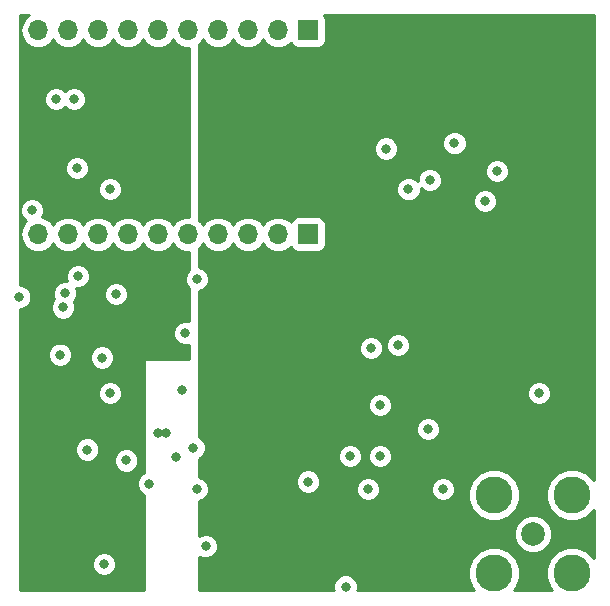
<source format=gbr>
G04 #@! TF.GenerationSoftware,KiCad,Pcbnew,(5.0.0)*
G04 #@! TF.CreationDate,2018-11-24T15:46:54-05:00*
G04 #@! TF.ProjectId,SDRRv2,5344525276322E6B696361645F706362,rev?*
G04 #@! TF.SameCoordinates,Original*
G04 #@! TF.FileFunction,Copper,L3,Inr,Plane*
G04 #@! TF.FilePolarity,Positive*
%FSLAX46Y46*%
G04 Gerber Fmt 4.6, Leading zero omitted, Abs format (unit mm)*
G04 Created by KiCad (PCBNEW (5.0.0)) date 11/24/18 15:46:54*
%MOMM*%
%LPD*%
G01*
G04 APERTURE LIST*
G04 #@! TA.AperFunction,ViaPad*
%ADD10C,3.126000*%
G04 #@! TD*
G04 #@! TA.AperFunction,ViaPad*
%ADD11C,2.000000*%
G04 #@! TD*
G04 #@! TA.AperFunction,ViaPad*
%ADD12R,1.700000X1.700000*%
G04 #@! TD*
G04 #@! TA.AperFunction,ViaPad*
%ADD13O,1.700000X1.700000*%
G04 #@! TD*
G04 #@! TA.AperFunction,ViaPad*
%ADD14C,0.800000*%
G04 #@! TD*
G04 #@! TA.AperFunction,Conductor*
%ADD15C,0.254000*%
G04 #@! TD*
G04 APERTURE END LIST*
D10*
G04 #@! TO.N,GNDREF*
G04 #@! TO.C,J1*
X61280085Y-188153839D03*
X61280085Y-181553839D03*
X67880085Y-181553839D03*
X67880085Y-188153839D03*
D11*
G04 #@! TO.N,Net-(Cc4-Pad1)*
X64580085Y-184853839D03*
G04 #@! TD*
D12*
G04 #@! TO.N,Net-(J2-Pad1)*
G04 #@! TO.C,J2*
X45530085Y-142203039D03*
D13*
G04 #@! TO.N,Net-(J2-Pad2)*
X42990085Y-142203039D03*
G04 #@! TO.N,Net-(J2-Pad3)*
X40450085Y-142203039D03*
G04 #@! TO.N,Net-(J2-Pad4)*
X37910085Y-142203039D03*
G04 #@! TO.N,Net-(J2-Pad5)*
X35370085Y-142203039D03*
G04 #@! TO.N,Net-(J2-Pad6)*
X32830085Y-142203039D03*
G04 #@! TO.N,Net-(J2-Pad7)*
X30290085Y-142203039D03*
G04 #@! TO.N,Net-(J2-Pad8)*
X27750085Y-142203039D03*
G04 #@! TO.N,Net-(J2-Pad9)*
X25210085Y-142203039D03*
G04 #@! TO.N,GNDREF*
X22670085Y-142203039D03*
G04 #@! TD*
G04 #@! TO.N,+5V*
G04 #@! TO.C,J3*
X22670085Y-159453839D03*
G04 #@! TO.N,Net-(J3-Pad9)*
X25210085Y-159453839D03*
G04 #@! TO.N,Net-(J3-Pad8)*
X27750085Y-159453839D03*
G04 #@! TO.N,Net-(J3-Pad7)*
X30290085Y-159453839D03*
G04 #@! TO.N,Net-(J3-Pad6)*
X32830085Y-159453839D03*
G04 #@! TO.N,Net-(J3-Pad5)*
X35370085Y-159453839D03*
G04 #@! TO.N,Net-(J3-Pad4)*
X37910085Y-159453839D03*
G04 #@! TO.N,Net-(J3-Pad3)*
X40450085Y-159453839D03*
G04 #@! TO.N,Net-(J3-Pad2)*
X42990085Y-159453839D03*
D12*
G04 #@! TO.N,Net-(J3-Pad1)*
X45530085Y-159453839D03*
G04 #@! TD*
D14*
G04 #@! TO.N,+5V*
X28766085Y-172915839D03*
X65088085Y-161739839D03*
X54166085Y-147769839D03*
X55436085Y-149801839D03*
X60770085Y-150563839D03*
X22162085Y-157421839D03*
X28080277Y-169906029D03*
X24530246Y-169670139D03*
X51829285Y-154729439D03*
X57796497Y-154958039D03*
G04 #@! TO.N,GNDREF*
X36132085Y-163263839D03*
X48705085Y-189298839D03*
X56960085Y-181043839D03*
X50610085Y-181043839D03*
X45530085Y-180408839D03*
X34862085Y-172661839D03*
X35116085Y-167835839D03*
X29274085Y-164533839D03*
X25718085Y-148023839D03*
X24194085Y-148023839D03*
X28258085Y-187393839D03*
X36894085Y-185869839D03*
X53150085Y-168851839D03*
X51626085Y-178249839D03*
X51626085Y-173931839D03*
X50864085Y-169105839D03*
X65088085Y-172915839D03*
X21080085Y-164787839D03*
X60516085Y-156659839D03*
X25972085Y-153865839D03*
X24958958Y-164448232D03*
X54029804Y-155653046D03*
X32068087Y-180586639D03*
X26835685Y-177691039D03*
X35818523Y-177550097D03*
X32830095Y-176268639D03*
X33515889Y-176268639D03*
G04 #@! TO.N,+3V3*
X28766085Y-155643839D03*
X24778285Y-165651435D03*
X26048285Y-163009839D03*
G04 #@! TO.N,Net-(Cc6-Pad1)*
X57925285Y-151757643D03*
G04 #@! TO.N,Net-(Cc6-Pad2)*
X61532085Y-154119839D03*
G04 #@! TO.N,Net-(Cc7-Pad2)*
X55842485Y-154881839D03*
G04 #@! TO.N,Net-(Cc7-Pad1)*
X52134084Y-152214839D03*
G04 #@! TO.N,Net-(Cc10-Pad1)*
X55690085Y-175963839D03*
G04 #@! TO.N,+5VA*
X36132085Y-181043839D03*
X49086085Y-178249839D03*
X29197885Y-176370239D03*
X28004085Y-182313841D03*
G04 #@! TO.N,Net-(Cc22-Pad1)*
X30135659Y-178620927D03*
G04 #@! TO.N,Net-(Cc23-Pad1)*
X34328685Y-178326051D03*
G04 #@! TD*
D15*
G04 #@! TO.N,+5VA*
G36*
X21599460Y-141132414D02*
X21271246Y-141623621D01*
X21155993Y-142203039D01*
X21271246Y-142782457D01*
X21599460Y-143273664D01*
X22090667Y-143601878D01*
X22523829Y-143688039D01*
X22816341Y-143688039D01*
X23249503Y-143601878D01*
X23740710Y-143273664D01*
X23940085Y-142975278D01*
X24139460Y-143273664D01*
X24630667Y-143601878D01*
X25063829Y-143688039D01*
X25356341Y-143688039D01*
X25789503Y-143601878D01*
X26280710Y-143273664D01*
X26480085Y-142975278D01*
X26679460Y-143273664D01*
X27170667Y-143601878D01*
X27603829Y-143688039D01*
X27896341Y-143688039D01*
X28329503Y-143601878D01*
X28820710Y-143273664D01*
X29020085Y-142975278D01*
X29219460Y-143273664D01*
X29710667Y-143601878D01*
X30143829Y-143688039D01*
X30436341Y-143688039D01*
X30869503Y-143601878D01*
X31360710Y-143273664D01*
X31560085Y-142975278D01*
X31759460Y-143273664D01*
X32250667Y-143601878D01*
X32683829Y-143688039D01*
X32976341Y-143688039D01*
X33409503Y-143601878D01*
X33900710Y-143273664D01*
X34100085Y-142975278D01*
X34299460Y-143273664D01*
X34790667Y-143601878D01*
X35223829Y-143688039D01*
X35433000Y-143688039D01*
X35433000Y-157968839D01*
X35223829Y-157968839D01*
X34790667Y-158055000D01*
X34299460Y-158383214D01*
X34100085Y-158681600D01*
X33900710Y-158383214D01*
X33409503Y-158055000D01*
X32976341Y-157968839D01*
X32683829Y-157968839D01*
X32250667Y-158055000D01*
X31759460Y-158383214D01*
X31560085Y-158681600D01*
X31360710Y-158383214D01*
X30869503Y-158055000D01*
X30436341Y-157968839D01*
X30143829Y-157968839D01*
X29710667Y-158055000D01*
X29219460Y-158383214D01*
X29020085Y-158681600D01*
X28820710Y-158383214D01*
X28329503Y-158055000D01*
X27896341Y-157968839D01*
X27603829Y-157968839D01*
X27170667Y-158055000D01*
X26679460Y-158383214D01*
X26480085Y-158681600D01*
X26280710Y-158383214D01*
X25789503Y-158055000D01*
X25356341Y-157968839D01*
X25063829Y-157968839D01*
X24630667Y-158055000D01*
X24139460Y-158383214D01*
X23940085Y-158681600D01*
X23740710Y-158383214D01*
X23249503Y-158055000D01*
X23035252Y-158012383D01*
X23039516Y-158008119D01*
X23197085Y-157627713D01*
X23197085Y-157215965D01*
X23039516Y-156835559D01*
X22748365Y-156544408D01*
X22367959Y-156386839D01*
X21956211Y-156386839D01*
X21575805Y-156544408D01*
X21284654Y-156835559D01*
X21127085Y-157215965D01*
X21127085Y-157627713D01*
X21284654Y-158008119D01*
X21575805Y-158299270D01*
X21667962Y-158337443D01*
X21599460Y-158383214D01*
X21271246Y-158874421D01*
X21155993Y-159453839D01*
X21271246Y-160033257D01*
X21599460Y-160524464D01*
X22090667Y-160852678D01*
X22523829Y-160938839D01*
X22816341Y-160938839D01*
X23249503Y-160852678D01*
X23740710Y-160524464D01*
X23940085Y-160226078D01*
X24139460Y-160524464D01*
X24630667Y-160852678D01*
X25063829Y-160938839D01*
X25356341Y-160938839D01*
X25789503Y-160852678D01*
X26280710Y-160524464D01*
X26480085Y-160226078D01*
X26679460Y-160524464D01*
X27170667Y-160852678D01*
X27603829Y-160938839D01*
X27896341Y-160938839D01*
X28329503Y-160852678D01*
X28820710Y-160524464D01*
X29020085Y-160226078D01*
X29219460Y-160524464D01*
X29710667Y-160852678D01*
X30143829Y-160938839D01*
X30436341Y-160938839D01*
X30869503Y-160852678D01*
X31360710Y-160524464D01*
X31560085Y-160226078D01*
X31759460Y-160524464D01*
X32250667Y-160852678D01*
X32683829Y-160938839D01*
X32976341Y-160938839D01*
X33409503Y-160852678D01*
X33900710Y-160524464D01*
X34100085Y-160226078D01*
X34299460Y-160524464D01*
X34790667Y-160852678D01*
X35223829Y-160938839D01*
X35433000Y-160938839D01*
X35433000Y-162499213D01*
X35254654Y-162677559D01*
X35097085Y-163057965D01*
X35097085Y-163469713D01*
X35254654Y-163850119D01*
X35433000Y-164028465D01*
X35433000Y-166846834D01*
X35321959Y-166800839D01*
X34910211Y-166800839D01*
X34529805Y-166958408D01*
X34238654Y-167249559D01*
X34081085Y-167629965D01*
X34081085Y-168041713D01*
X34238654Y-168422119D01*
X34529805Y-168713270D01*
X34910211Y-168870839D01*
X35321959Y-168870839D01*
X35433000Y-168824844D01*
X35433000Y-170053000D01*
X31750000Y-170053000D01*
X31701399Y-170062667D01*
X31660197Y-170090197D01*
X31632667Y-170131399D01*
X31623000Y-170180000D01*
X31623000Y-179650724D01*
X31481807Y-179709208D01*
X31190656Y-180000359D01*
X31033087Y-180380765D01*
X31033087Y-180792513D01*
X31190656Y-181172919D01*
X31481807Y-181464070D01*
X31623000Y-181522554D01*
X31623000Y-189568839D01*
X21115085Y-189568839D01*
X21115085Y-187187965D01*
X27223085Y-187187965D01*
X27223085Y-187599713D01*
X27380654Y-187980119D01*
X27671805Y-188271270D01*
X28052211Y-188428839D01*
X28463959Y-188428839D01*
X28844365Y-188271270D01*
X29135516Y-187980119D01*
X29293085Y-187599713D01*
X29293085Y-187187965D01*
X29135516Y-186807559D01*
X28844365Y-186516408D01*
X28463959Y-186358839D01*
X28052211Y-186358839D01*
X27671805Y-186516408D01*
X27380654Y-186807559D01*
X27223085Y-187187965D01*
X21115085Y-187187965D01*
X21115085Y-177485165D01*
X25800685Y-177485165D01*
X25800685Y-177896913D01*
X25958254Y-178277319D01*
X26249405Y-178568470D01*
X26629811Y-178726039D01*
X27041559Y-178726039D01*
X27421965Y-178568470D01*
X27575382Y-178415053D01*
X29100659Y-178415053D01*
X29100659Y-178826801D01*
X29258228Y-179207207D01*
X29549379Y-179498358D01*
X29929785Y-179655927D01*
X30341533Y-179655927D01*
X30721939Y-179498358D01*
X31013090Y-179207207D01*
X31170659Y-178826801D01*
X31170659Y-178415053D01*
X31013090Y-178034647D01*
X30721939Y-177743496D01*
X30341533Y-177585927D01*
X29929785Y-177585927D01*
X29549379Y-177743496D01*
X29258228Y-178034647D01*
X29100659Y-178415053D01*
X27575382Y-178415053D01*
X27713116Y-178277319D01*
X27870685Y-177896913D01*
X27870685Y-177485165D01*
X27713116Y-177104759D01*
X27421965Y-176813608D01*
X27041559Y-176656039D01*
X26629811Y-176656039D01*
X26249405Y-176813608D01*
X25958254Y-177104759D01*
X25800685Y-177485165D01*
X21115085Y-177485165D01*
X21115085Y-172709965D01*
X27731085Y-172709965D01*
X27731085Y-173121713D01*
X27888654Y-173502119D01*
X28179805Y-173793270D01*
X28560211Y-173950839D01*
X28971959Y-173950839D01*
X29352365Y-173793270D01*
X29643516Y-173502119D01*
X29801085Y-173121713D01*
X29801085Y-172709965D01*
X29643516Y-172329559D01*
X29352365Y-172038408D01*
X28971959Y-171880839D01*
X28560211Y-171880839D01*
X28179805Y-172038408D01*
X27888654Y-172329559D01*
X27731085Y-172709965D01*
X21115085Y-172709965D01*
X21115085Y-169464265D01*
X23495246Y-169464265D01*
X23495246Y-169876013D01*
X23652815Y-170256419D01*
X23943966Y-170547570D01*
X24324372Y-170705139D01*
X24736120Y-170705139D01*
X25116526Y-170547570D01*
X25407677Y-170256419D01*
X25565246Y-169876013D01*
X25565246Y-169700155D01*
X27045277Y-169700155D01*
X27045277Y-170111903D01*
X27202846Y-170492309D01*
X27493997Y-170783460D01*
X27874403Y-170941029D01*
X28286151Y-170941029D01*
X28666557Y-170783460D01*
X28957708Y-170492309D01*
X29115277Y-170111903D01*
X29115277Y-169700155D01*
X28957708Y-169319749D01*
X28666557Y-169028598D01*
X28286151Y-168871029D01*
X27874403Y-168871029D01*
X27493997Y-169028598D01*
X27202846Y-169319749D01*
X27045277Y-169700155D01*
X25565246Y-169700155D01*
X25565246Y-169464265D01*
X25407677Y-169083859D01*
X25116526Y-168792708D01*
X24736120Y-168635139D01*
X24324372Y-168635139D01*
X23943966Y-168792708D01*
X23652815Y-169083859D01*
X23495246Y-169464265D01*
X21115085Y-169464265D01*
X21115085Y-165822839D01*
X21285959Y-165822839D01*
X21666365Y-165665270D01*
X21886074Y-165445561D01*
X23743285Y-165445561D01*
X23743285Y-165857309D01*
X23900854Y-166237715D01*
X24192005Y-166528866D01*
X24572411Y-166686435D01*
X24984159Y-166686435D01*
X25364565Y-166528866D01*
X25655716Y-166237715D01*
X25813285Y-165857309D01*
X25813285Y-165445561D01*
X25699659Y-165171242D01*
X25836389Y-165034512D01*
X25993958Y-164654106D01*
X25993958Y-164327965D01*
X28239085Y-164327965D01*
X28239085Y-164739713D01*
X28396654Y-165120119D01*
X28687805Y-165411270D01*
X29068211Y-165568839D01*
X29479959Y-165568839D01*
X29860365Y-165411270D01*
X30151516Y-165120119D01*
X30309085Y-164739713D01*
X30309085Y-164327965D01*
X30151516Y-163947559D01*
X29860365Y-163656408D01*
X29479959Y-163498839D01*
X29068211Y-163498839D01*
X28687805Y-163656408D01*
X28396654Y-163947559D01*
X28239085Y-164327965D01*
X25993958Y-164327965D01*
X25993958Y-164242358D01*
X25912143Y-164044839D01*
X26254159Y-164044839D01*
X26634565Y-163887270D01*
X26925716Y-163596119D01*
X27083285Y-163215713D01*
X27083285Y-162803965D01*
X26925716Y-162423559D01*
X26634565Y-162132408D01*
X26254159Y-161974839D01*
X25842411Y-161974839D01*
X25462005Y-162132408D01*
X25170854Y-162423559D01*
X25013285Y-162803965D01*
X25013285Y-163215713D01*
X25095100Y-163413232D01*
X24753084Y-163413232D01*
X24372678Y-163570801D01*
X24081527Y-163861952D01*
X23923958Y-164242358D01*
X23923958Y-164654106D01*
X24037584Y-164928425D01*
X23900854Y-165065155D01*
X23743285Y-165445561D01*
X21886074Y-165445561D01*
X21957516Y-165374119D01*
X22115085Y-164993713D01*
X22115085Y-164581965D01*
X21957516Y-164201559D01*
X21666365Y-163910408D01*
X21285959Y-163752839D01*
X21115085Y-163752839D01*
X21115085Y-155437965D01*
X27731085Y-155437965D01*
X27731085Y-155849713D01*
X27888654Y-156230119D01*
X28179805Y-156521270D01*
X28560211Y-156678839D01*
X28971959Y-156678839D01*
X29352365Y-156521270D01*
X29643516Y-156230119D01*
X29801085Y-155849713D01*
X29801085Y-155437965D01*
X29643516Y-155057559D01*
X29352365Y-154766408D01*
X28971959Y-154608839D01*
X28560211Y-154608839D01*
X28179805Y-154766408D01*
X27888654Y-155057559D01*
X27731085Y-155437965D01*
X21115085Y-155437965D01*
X21115085Y-153659965D01*
X24937085Y-153659965D01*
X24937085Y-154071713D01*
X25094654Y-154452119D01*
X25385805Y-154743270D01*
X25766211Y-154900839D01*
X26177959Y-154900839D01*
X26558365Y-154743270D01*
X26849516Y-154452119D01*
X27007085Y-154071713D01*
X27007085Y-153659965D01*
X26849516Y-153279559D01*
X26558365Y-152988408D01*
X26177959Y-152830839D01*
X25766211Y-152830839D01*
X25385805Y-152988408D01*
X25094654Y-153279559D01*
X24937085Y-153659965D01*
X21115085Y-153659965D01*
X21115085Y-147817965D01*
X23159085Y-147817965D01*
X23159085Y-148229713D01*
X23316654Y-148610119D01*
X23607805Y-148901270D01*
X23988211Y-149058839D01*
X24399959Y-149058839D01*
X24780365Y-148901270D01*
X24956085Y-148725550D01*
X25131805Y-148901270D01*
X25512211Y-149058839D01*
X25923959Y-149058839D01*
X26304365Y-148901270D01*
X26595516Y-148610119D01*
X26753085Y-148229713D01*
X26753085Y-147817965D01*
X26595516Y-147437559D01*
X26304365Y-147146408D01*
X25923959Y-146988839D01*
X25512211Y-146988839D01*
X25131805Y-147146408D01*
X24956085Y-147322128D01*
X24780365Y-147146408D01*
X24399959Y-146988839D01*
X23988211Y-146988839D01*
X23607805Y-147146408D01*
X23316654Y-147437559D01*
X23159085Y-147817965D01*
X21115085Y-147817965D01*
X21115085Y-140938839D01*
X21889165Y-140938839D01*
X21599460Y-141132414D01*
X21599460Y-141132414D01*
G37*
X21599460Y-141132414D02*
X21271246Y-141623621D01*
X21155993Y-142203039D01*
X21271246Y-142782457D01*
X21599460Y-143273664D01*
X22090667Y-143601878D01*
X22523829Y-143688039D01*
X22816341Y-143688039D01*
X23249503Y-143601878D01*
X23740710Y-143273664D01*
X23940085Y-142975278D01*
X24139460Y-143273664D01*
X24630667Y-143601878D01*
X25063829Y-143688039D01*
X25356341Y-143688039D01*
X25789503Y-143601878D01*
X26280710Y-143273664D01*
X26480085Y-142975278D01*
X26679460Y-143273664D01*
X27170667Y-143601878D01*
X27603829Y-143688039D01*
X27896341Y-143688039D01*
X28329503Y-143601878D01*
X28820710Y-143273664D01*
X29020085Y-142975278D01*
X29219460Y-143273664D01*
X29710667Y-143601878D01*
X30143829Y-143688039D01*
X30436341Y-143688039D01*
X30869503Y-143601878D01*
X31360710Y-143273664D01*
X31560085Y-142975278D01*
X31759460Y-143273664D01*
X32250667Y-143601878D01*
X32683829Y-143688039D01*
X32976341Y-143688039D01*
X33409503Y-143601878D01*
X33900710Y-143273664D01*
X34100085Y-142975278D01*
X34299460Y-143273664D01*
X34790667Y-143601878D01*
X35223829Y-143688039D01*
X35433000Y-143688039D01*
X35433000Y-157968839D01*
X35223829Y-157968839D01*
X34790667Y-158055000D01*
X34299460Y-158383214D01*
X34100085Y-158681600D01*
X33900710Y-158383214D01*
X33409503Y-158055000D01*
X32976341Y-157968839D01*
X32683829Y-157968839D01*
X32250667Y-158055000D01*
X31759460Y-158383214D01*
X31560085Y-158681600D01*
X31360710Y-158383214D01*
X30869503Y-158055000D01*
X30436341Y-157968839D01*
X30143829Y-157968839D01*
X29710667Y-158055000D01*
X29219460Y-158383214D01*
X29020085Y-158681600D01*
X28820710Y-158383214D01*
X28329503Y-158055000D01*
X27896341Y-157968839D01*
X27603829Y-157968839D01*
X27170667Y-158055000D01*
X26679460Y-158383214D01*
X26480085Y-158681600D01*
X26280710Y-158383214D01*
X25789503Y-158055000D01*
X25356341Y-157968839D01*
X25063829Y-157968839D01*
X24630667Y-158055000D01*
X24139460Y-158383214D01*
X23940085Y-158681600D01*
X23740710Y-158383214D01*
X23249503Y-158055000D01*
X23035252Y-158012383D01*
X23039516Y-158008119D01*
X23197085Y-157627713D01*
X23197085Y-157215965D01*
X23039516Y-156835559D01*
X22748365Y-156544408D01*
X22367959Y-156386839D01*
X21956211Y-156386839D01*
X21575805Y-156544408D01*
X21284654Y-156835559D01*
X21127085Y-157215965D01*
X21127085Y-157627713D01*
X21284654Y-158008119D01*
X21575805Y-158299270D01*
X21667962Y-158337443D01*
X21599460Y-158383214D01*
X21271246Y-158874421D01*
X21155993Y-159453839D01*
X21271246Y-160033257D01*
X21599460Y-160524464D01*
X22090667Y-160852678D01*
X22523829Y-160938839D01*
X22816341Y-160938839D01*
X23249503Y-160852678D01*
X23740710Y-160524464D01*
X23940085Y-160226078D01*
X24139460Y-160524464D01*
X24630667Y-160852678D01*
X25063829Y-160938839D01*
X25356341Y-160938839D01*
X25789503Y-160852678D01*
X26280710Y-160524464D01*
X26480085Y-160226078D01*
X26679460Y-160524464D01*
X27170667Y-160852678D01*
X27603829Y-160938839D01*
X27896341Y-160938839D01*
X28329503Y-160852678D01*
X28820710Y-160524464D01*
X29020085Y-160226078D01*
X29219460Y-160524464D01*
X29710667Y-160852678D01*
X30143829Y-160938839D01*
X30436341Y-160938839D01*
X30869503Y-160852678D01*
X31360710Y-160524464D01*
X31560085Y-160226078D01*
X31759460Y-160524464D01*
X32250667Y-160852678D01*
X32683829Y-160938839D01*
X32976341Y-160938839D01*
X33409503Y-160852678D01*
X33900710Y-160524464D01*
X34100085Y-160226078D01*
X34299460Y-160524464D01*
X34790667Y-160852678D01*
X35223829Y-160938839D01*
X35433000Y-160938839D01*
X35433000Y-162499213D01*
X35254654Y-162677559D01*
X35097085Y-163057965D01*
X35097085Y-163469713D01*
X35254654Y-163850119D01*
X35433000Y-164028465D01*
X35433000Y-166846834D01*
X35321959Y-166800839D01*
X34910211Y-166800839D01*
X34529805Y-166958408D01*
X34238654Y-167249559D01*
X34081085Y-167629965D01*
X34081085Y-168041713D01*
X34238654Y-168422119D01*
X34529805Y-168713270D01*
X34910211Y-168870839D01*
X35321959Y-168870839D01*
X35433000Y-168824844D01*
X35433000Y-170053000D01*
X31750000Y-170053000D01*
X31701399Y-170062667D01*
X31660197Y-170090197D01*
X31632667Y-170131399D01*
X31623000Y-170180000D01*
X31623000Y-179650724D01*
X31481807Y-179709208D01*
X31190656Y-180000359D01*
X31033087Y-180380765D01*
X31033087Y-180792513D01*
X31190656Y-181172919D01*
X31481807Y-181464070D01*
X31623000Y-181522554D01*
X31623000Y-189568839D01*
X21115085Y-189568839D01*
X21115085Y-187187965D01*
X27223085Y-187187965D01*
X27223085Y-187599713D01*
X27380654Y-187980119D01*
X27671805Y-188271270D01*
X28052211Y-188428839D01*
X28463959Y-188428839D01*
X28844365Y-188271270D01*
X29135516Y-187980119D01*
X29293085Y-187599713D01*
X29293085Y-187187965D01*
X29135516Y-186807559D01*
X28844365Y-186516408D01*
X28463959Y-186358839D01*
X28052211Y-186358839D01*
X27671805Y-186516408D01*
X27380654Y-186807559D01*
X27223085Y-187187965D01*
X21115085Y-187187965D01*
X21115085Y-177485165D01*
X25800685Y-177485165D01*
X25800685Y-177896913D01*
X25958254Y-178277319D01*
X26249405Y-178568470D01*
X26629811Y-178726039D01*
X27041559Y-178726039D01*
X27421965Y-178568470D01*
X27575382Y-178415053D01*
X29100659Y-178415053D01*
X29100659Y-178826801D01*
X29258228Y-179207207D01*
X29549379Y-179498358D01*
X29929785Y-179655927D01*
X30341533Y-179655927D01*
X30721939Y-179498358D01*
X31013090Y-179207207D01*
X31170659Y-178826801D01*
X31170659Y-178415053D01*
X31013090Y-178034647D01*
X30721939Y-177743496D01*
X30341533Y-177585927D01*
X29929785Y-177585927D01*
X29549379Y-177743496D01*
X29258228Y-178034647D01*
X29100659Y-178415053D01*
X27575382Y-178415053D01*
X27713116Y-178277319D01*
X27870685Y-177896913D01*
X27870685Y-177485165D01*
X27713116Y-177104759D01*
X27421965Y-176813608D01*
X27041559Y-176656039D01*
X26629811Y-176656039D01*
X26249405Y-176813608D01*
X25958254Y-177104759D01*
X25800685Y-177485165D01*
X21115085Y-177485165D01*
X21115085Y-172709965D01*
X27731085Y-172709965D01*
X27731085Y-173121713D01*
X27888654Y-173502119D01*
X28179805Y-173793270D01*
X28560211Y-173950839D01*
X28971959Y-173950839D01*
X29352365Y-173793270D01*
X29643516Y-173502119D01*
X29801085Y-173121713D01*
X29801085Y-172709965D01*
X29643516Y-172329559D01*
X29352365Y-172038408D01*
X28971959Y-171880839D01*
X28560211Y-171880839D01*
X28179805Y-172038408D01*
X27888654Y-172329559D01*
X27731085Y-172709965D01*
X21115085Y-172709965D01*
X21115085Y-169464265D01*
X23495246Y-169464265D01*
X23495246Y-169876013D01*
X23652815Y-170256419D01*
X23943966Y-170547570D01*
X24324372Y-170705139D01*
X24736120Y-170705139D01*
X25116526Y-170547570D01*
X25407677Y-170256419D01*
X25565246Y-169876013D01*
X25565246Y-169700155D01*
X27045277Y-169700155D01*
X27045277Y-170111903D01*
X27202846Y-170492309D01*
X27493997Y-170783460D01*
X27874403Y-170941029D01*
X28286151Y-170941029D01*
X28666557Y-170783460D01*
X28957708Y-170492309D01*
X29115277Y-170111903D01*
X29115277Y-169700155D01*
X28957708Y-169319749D01*
X28666557Y-169028598D01*
X28286151Y-168871029D01*
X27874403Y-168871029D01*
X27493997Y-169028598D01*
X27202846Y-169319749D01*
X27045277Y-169700155D01*
X25565246Y-169700155D01*
X25565246Y-169464265D01*
X25407677Y-169083859D01*
X25116526Y-168792708D01*
X24736120Y-168635139D01*
X24324372Y-168635139D01*
X23943966Y-168792708D01*
X23652815Y-169083859D01*
X23495246Y-169464265D01*
X21115085Y-169464265D01*
X21115085Y-165822839D01*
X21285959Y-165822839D01*
X21666365Y-165665270D01*
X21886074Y-165445561D01*
X23743285Y-165445561D01*
X23743285Y-165857309D01*
X23900854Y-166237715D01*
X24192005Y-166528866D01*
X24572411Y-166686435D01*
X24984159Y-166686435D01*
X25364565Y-166528866D01*
X25655716Y-166237715D01*
X25813285Y-165857309D01*
X25813285Y-165445561D01*
X25699659Y-165171242D01*
X25836389Y-165034512D01*
X25993958Y-164654106D01*
X25993958Y-164327965D01*
X28239085Y-164327965D01*
X28239085Y-164739713D01*
X28396654Y-165120119D01*
X28687805Y-165411270D01*
X29068211Y-165568839D01*
X29479959Y-165568839D01*
X29860365Y-165411270D01*
X30151516Y-165120119D01*
X30309085Y-164739713D01*
X30309085Y-164327965D01*
X30151516Y-163947559D01*
X29860365Y-163656408D01*
X29479959Y-163498839D01*
X29068211Y-163498839D01*
X28687805Y-163656408D01*
X28396654Y-163947559D01*
X28239085Y-164327965D01*
X25993958Y-164327965D01*
X25993958Y-164242358D01*
X25912143Y-164044839D01*
X26254159Y-164044839D01*
X26634565Y-163887270D01*
X26925716Y-163596119D01*
X27083285Y-163215713D01*
X27083285Y-162803965D01*
X26925716Y-162423559D01*
X26634565Y-162132408D01*
X26254159Y-161974839D01*
X25842411Y-161974839D01*
X25462005Y-162132408D01*
X25170854Y-162423559D01*
X25013285Y-162803965D01*
X25013285Y-163215713D01*
X25095100Y-163413232D01*
X24753084Y-163413232D01*
X24372678Y-163570801D01*
X24081527Y-163861952D01*
X23923958Y-164242358D01*
X23923958Y-164654106D01*
X24037584Y-164928425D01*
X23900854Y-165065155D01*
X23743285Y-165445561D01*
X21886074Y-165445561D01*
X21957516Y-165374119D01*
X22115085Y-164993713D01*
X22115085Y-164581965D01*
X21957516Y-164201559D01*
X21666365Y-163910408D01*
X21285959Y-163752839D01*
X21115085Y-163752839D01*
X21115085Y-155437965D01*
X27731085Y-155437965D01*
X27731085Y-155849713D01*
X27888654Y-156230119D01*
X28179805Y-156521270D01*
X28560211Y-156678839D01*
X28971959Y-156678839D01*
X29352365Y-156521270D01*
X29643516Y-156230119D01*
X29801085Y-155849713D01*
X29801085Y-155437965D01*
X29643516Y-155057559D01*
X29352365Y-154766408D01*
X28971959Y-154608839D01*
X28560211Y-154608839D01*
X28179805Y-154766408D01*
X27888654Y-155057559D01*
X27731085Y-155437965D01*
X21115085Y-155437965D01*
X21115085Y-153659965D01*
X24937085Y-153659965D01*
X24937085Y-154071713D01*
X25094654Y-154452119D01*
X25385805Y-154743270D01*
X25766211Y-154900839D01*
X26177959Y-154900839D01*
X26558365Y-154743270D01*
X26849516Y-154452119D01*
X27007085Y-154071713D01*
X27007085Y-153659965D01*
X26849516Y-153279559D01*
X26558365Y-152988408D01*
X26177959Y-152830839D01*
X25766211Y-152830839D01*
X25385805Y-152988408D01*
X25094654Y-153279559D01*
X24937085Y-153659965D01*
X21115085Y-153659965D01*
X21115085Y-147817965D01*
X23159085Y-147817965D01*
X23159085Y-148229713D01*
X23316654Y-148610119D01*
X23607805Y-148901270D01*
X23988211Y-149058839D01*
X24399959Y-149058839D01*
X24780365Y-148901270D01*
X24956085Y-148725550D01*
X25131805Y-148901270D01*
X25512211Y-149058839D01*
X25923959Y-149058839D01*
X26304365Y-148901270D01*
X26595516Y-148610119D01*
X26753085Y-148229713D01*
X26753085Y-147817965D01*
X26595516Y-147437559D01*
X26304365Y-147146408D01*
X25923959Y-146988839D01*
X25512211Y-146988839D01*
X25131805Y-147146408D01*
X24956085Y-147322128D01*
X24780365Y-147146408D01*
X24399959Y-146988839D01*
X23988211Y-146988839D01*
X23607805Y-147146408D01*
X23316654Y-147437559D01*
X23159085Y-147817965D01*
X21115085Y-147817965D01*
X21115085Y-140938839D01*
X21889165Y-140938839D01*
X21599460Y-141132414D01*
G04 #@! TO.N,+5V*
G36*
X69745086Y-180312699D02*
X69743459Y-180308772D01*
X69125152Y-179690465D01*
X68317294Y-179355839D01*
X67442876Y-179355839D01*
X66635018Y-179690465D01*
X66016711Y-180308772D01*
X65682085Y-181116630D01*
X65682085Y-181991048D01*
X66016711Y-182798906D01*
X66635018Y-183417213D01*
X67442876Y-183751839D01*
X68317294Y-183751839D01*
X69125152Y-183417213D01*
X69743459Y-182798906D01*
X69745086Y-182794978D01*
X69745086Y-186912700D01*
X69743459Y-186908772D01*
X69125152Y-186290465D01*
X68317294Y-185955839D01*
X67442876Y-185955839D01*
X66635018Y-186290465D01*
X66016711Y-186908772D01*
X65682085Y-187716630D01*
X65682085Y-188591048D01*
X66016711Y-189398906D01*
X66186644Y-189568839D01*
X62973526Y-189568839D01*
X63143459Y-189398906D01*
X63478085Y-188591048D01*
X63478085Y-187716630D01*
X63143459Y-186908772D01*
X62525152Y-186290465D01*
X61717294Y-185955839D01*
X60842876Y-185955839D01*
X60035018Y-186290465D01*
X59416711Y-186908772D01*
X59082085Y-187716630D01*
X59082085Y-188591048D01*
X59416711Y-189398906D01*
X59586644Y-189568839D01*
X49713523Y-189568839D01*
X49740085Y-189504713D01*
X49740085Y-189092965D01*
X49582516Y-188712559D01*
X49291365Y-188421408D01*
X48910959Y-188263839D01*
X48499211Y-188263839D01*
X48118805Y-188421408D01*
X47827654Y-188712559D01*
X47670085Y-189092965D01*
X47670085Y-189504713D01*
X47696647Y-189568839D01*
X36322000Y-189568839D01*
X36322000Y-186753150D01*
X36688211Y-186904839D01*
X37099959Y-186904839D01*
X37480365Y-186747270D01*
X37771516Y-186456119D01*
X37929085Y-186075713D01*
X37929085Y-185663965D01*
X37771516Y-185283559D01*
X37480365Y-184992408D01*
X37099959Y-184834839D01*
X36688211Y-184834839D01*
X36322000Y-184986528D01*
X36322000Y-184528617D01*
X62945085Y-184528617D01*
X62945085Y-185179061D01*
X63193999Y-185779992D01*
X63653932Y-186239925D01*
X64254863Y-186488839D01*
X64905307Y-186488839D01*
X65506238Y-186239925D01*
X65966171Y-185779992D01*
X66215085Y-185179061D01*
X66215085Y-184528617D01*
X65966171Y-183927686D01*
X65506238Y-183467753D01*
X64905307Y-183218839D01*
X64254863Y-183218839D01*
X63653932Y-183467753D01*
X63193999Y-183927686D01*
X62945085Y-184528617D01*
X36322000Y-184528617D01*
X36322000Y-182078839D01*
X36337959Y-182078839D01*
X36718365Y-181921270D01*
X37009516Y-181630119D01*
X37167085Y-181249713D01*
X37167085Y-180837965D01*
X37009516Y-180457559D01*
X36754922Y-180202965D01*
X44495085Y-180202965D01*
X44495085Y-180614713D01*
X44652654Y-180995119D01*
X44943805Y-181286270D01*
X45324211Y-181443839D01*
X45735959Y-181443839D01*
X46116365Y-181286270D01*
X46407516Y-180995119D01*
X46472611Y-180837965D01*
X49575085Y-180837965D01*
X49575085Y-181249713D01*
X49732654Y-181630119D01*
X50023805Y-181921270D01*
X50404211Y-182078839D01*
X50815959Y-182078839D01*
X51196365Y-181921270D01*
X51487516Y-181630119D01*
X51645085Y-181249713D01*
X51645085Y-180837965D01*
X55925085Y-180837965D01*
X55925085Y-181249713D01*
X56082654Y-181630119D01*
X56373805Y-181921270D01*
X56754211Y-182078839D01*
X57165959Y-182078839D01*
X57546365Y-181921270D01*
X57837516Y-181630119D01*
X57995085Y-181249713D01*
X57995085Y-181116630D01*
X59082085Y-181116630D01*
X59082085Y-181991048D01*
X59416711Y-182798906D01*
X60035018Y-183417213D01*
X60842876Y-183751839D01*
X61717294Y-183751839D01*
X62525152Y-183417213D01*
X63143459Y-182798906D01*
X63478085Y-181991048D01*
X63478085Y-181116630D01*
X63143459Y-180308772D01*
X62525152Y-179690465D01*
X61717294Y-179355839D01*
X60842876Y-179355839D01*
X60035018Y-179690465D01*
X59416711Y-180308772D01*
X59082085Y-181116630D01*
X57995085Y-181116630D01*
X57995085Y-180837965D01*
X57837516Y-180457559D01*
X57546365Y-180166408D01*
X57165959Y-180008839D01*
X56754211Y-180008839D01*
X56373805Y-180166408D01*
X56082654Y-180457559D01*
X55925085Y-180837965D01*
X51645085Y-180837965D01*
X51487516Y-180457559D01*
X51196365Y-180166408D01*
X50815959Y-180008839D01*
X50404211Y-180008839D01*
X50023805Y-180166408D01*
X49732654Y-180457559D01*
X49575085Y-180837965D01*
X46472611Y-180837965D01*
X46565085Y-180614713D01*
X46565085Y-180202965D01*
X46407516Y-179822559D01*
X46116365Y-179531408D01*
X45735959Y-179373839D01*
X45324211Y-179373839D01*
X44943805Y-179531408D01*
X44652654Y-179822559D01*
X44495085Y-180202965D01*
X36754922Y-180202965D01*
X36718365Y-180166408D01*
X36337959Y-180008839D01*
X36322000Y-180008839D01*
X36322000Y-178461826D01*
X36404803Y-178427528D01*
X36695954Y-178136377D01*
X36734232Y-178043965D01*
X48051085Y-178043965D01*
X48051085Y-178455713D01*
X48208654Y-178836119D01*
X48499805Y-179127270D01*
X48880211Y-179284839D01*
X49291959Y-179284839D01*
X49672365Y-179127270D01*
X49963516Y-178836119D01*
X50121085Y-178455713D01*
X50121085Y-178043965D01*
X50591085Y-178043965D01*
X50591085Y-178455713D01*
X50748654Y-178836119D01*
X51039805Y-179127270D01*
X51420211Y-179284839D01*
X51831959Y-179284839D01*
X52212365Y-179127270D01*
X52503516Y-178836119D01*
X52661085Y-178455713D01*
X52661085Y-178043965D01*
X52503516Y-177663559D01*
X52212365Y-177372408D01*
X51831959Y-177214839D01*
X51420211Y-177214839D01*
X51039805Y-177372408D01*
X50748654Y-177663559D01*
X50591085Y-178043965D01*
X50121085Y-178043965D01*
X49963516Y-177663559D01*
X49672365Y-177372408D01*
X49291959Y-177214839D01*
X48880211Y-177214839D01*
X48499805Y-177372408D01*
X48208654Y-177663559D01*
X48051085Y-178043965D01*
X36734232Y-178043965D01*
X36853523Y-177755971D01*
X36853523Y-177344223D01*
X36695954Y-176963817D01*
X36404803Y-176672666D01*
X36322000Y-176638368D01*
X36322000Y-175757965D01*
X54655085Y-175757965D01*
X54655085Y-176169713D01*
X54812654Y-176550119D01*
X55103805Y-176841270D01*
X55484211Y-176998839D01*
X55895959Y-176998839D01*
X56276365Y-176841270D01*
X56567516Y-176550119D01*
X56725085Y-176169713D01*
X56725085Y-175757965D01*
X56567516Y-175377559D01*
X56276365Y-175086408D01*
X55895959Y-174928839D01*
X55484211Y-174928839D01*
X55103805Y-175086408D01*
X54812654Y-175377559D01*
X54655085Y-175757965D01*
X36322000Y-175757965D01*
X36322000Y-173725965D01*
X50591085Y-173725965D01*
X50591085Y-174137713D01*
X50748654Y-174518119D01*
X51039805Y-174809270D01*
X51420211Y-174966839D01*
X51831959Y-174966839D01*
X52212365Y-174809270D01*
X52503516Y-174518119D01*
X52661085Y-174137713D01*
X52661085Y-173725965D01*
X52503516Y-173345559D01*
X52212365Y-173054408D01*
X51831959Y-172896839D01*
X51420211Y-172896839D01*
X51039805Y-173054408D01*
X50748654Y-173345559D01*
X50591085Y-173725965D01*
X36322000Y-173725965D01*
X36322000Y-172709965D01*
X64053085Y-172709965D01*
X64053085Y-173121713D01*
X64210654Y-173502119D01*
X64501805Y-173793270D01*
X64882211Y-173950839D01*
X65293959Y-173950839D01*
X65674365Y-173793270D01*
X65965516Y-173502119D01*
X66123085Y-173121713D01*
X66123085Y-172709965D01*
X65965516Y-172329559D01*
X65674365Y-172038408D01*
X65293959Y-171880839D01*
X64882211Y-171880839D01*
X64501805Y-172038408D01*
X64210654Y-172329559D01*
X64053085Y-172709965D01*
X36322000Y-172709965D01*
X36322000Y-168899965D01*
X49829085Y-168899965D01*
X49829085Y-169311713D01*
X49986654Y-169692119D01*
X50277805Y-169983270D01*
X50658211Y-170140839D01*
X51069959Y-170140839D01*
X51450365Y-169983270D01*
X51741516Y-169692119D01*
X51899085Y-169311713D01*
X51899085Y-168899965D01*
X51793875Y-168645965D01*
X52115085Y-168645965D01*
X52115085Y-169057713D01*
X52272654Y-169438119D01*
X52563805Y-169729270D01*
X52944211Y-169886839D01*
X53355959Y-169886839D01*
X53736365Y-169729270D01*
X54027516Y-169438119D01*
X54185085Y-169057713D01*
X54185085Y-168645965D01*
X54027516Y-168265559D01*
X53736365Y-167974408D01*
X53355959Y-167816839D01*
X52944211Y-167816839D01*
X52563805Y-167974408D01*
X52272654Y-168265559D01*
X52115085Y-168645965D01*
X51793875Y-168645965D01*
X51741516Y-168519559D01*
X51450365Y-168228408D01*
X51069959Y-168070839D01*
X50658211Y-168070839D01*
X50277805Y-168228408D01*
X49986654Y-168519559D01*
X49829085Y-168899965D01*
X36322000Y-168899965D01*
X36322000Y-164298839D01*
X36337959Y-164298839D01*
X36718365Y-164141270D01*
X37009516Y-163850119D01*
X37167085Y-163469713D01*
X37167085Y-163057965D01*
X37009516Y-162677559D01*
X36718365Y-162386408D01*
X36337959Y-162228839D01*
X36322000Y-162228839D01*
X36322000Y-160603783D01*
X36440710Y-160524464D01*
X36640085Y-160226078D01*
X36839460Y-160524464D01*
X37330667Y-160852678D01*
X37763829Y-160938839D01*
X38056341Y-160938839D01*
X38489503Y-160852678D01*
X38980710Y-160524464D01*
X39180085Y-160226078D01*
X39379460Y-160524464D01*
X39870667Y-160852678D01*
X40303829Y-160938839D01*
X40596341Y-160938839D01*
X41029503Y-160852678D01*
X41520710Y-160524464D01*
X41720085Y-160226078D01*
X41919460Y-160524464D01*
X42410667Y-160852678D01*
X42843829Y-160938839D01*
X43136341Y-160938839D01*
X43569503Y-160852678D01*
X44060710Y-160524464D01*
X44072901Y-160506220D01*
X44081928Y-160551604D01*
X44222276Y-160761648D01*
X44432320Y-160901996D01*
X44680085Y-160951279D01*
X46380085Y-160951279D01*
X46627850Y-160901996D01*
X46837894Y-160761648D01*
X46978242Y-160551604D01*
X47027525Y-160303839D01*
X47027525Y-158603839D01*
X46978242Y-158356074D01*
X46837894Y-158146030D01*
X46627850Y-158005682D01*
X46380085Y-157956399D01*
X44680085Y-157956399D01*
X44432320Y-158005682D01*
X44222276Y-158146030D01*
X44081928Y-158356074D01*
X44072901Y-158401458D01*
X44060710Y-158383214D01*
X43569503Y-158055000D01*
X43136341Y-157968839D01*
X42843829Y-157968839D01*
X42410667Y-158055000D01*
X41919460Y-158383214D01*
X41720085Y-158681600D01*
X41520710Y-158383214D01*
X41029503Y-158055000D01*
X40596341Y-157968839D01*
X40303829Y-157968839D01*
X39870667Y-158055000D01*
X39379460Y-158383214D01*
X39180085Y-158681600D01*
X38980710Y-158383214D01*
X38489503Y-158055000D01*
X38056341Y-157968839D01*
X37763829Y-157968839D01*
X37330667Y-158055000D01*
X36839460Y-158383214D01*
X36640085Y-158681600D01*
X36440710Y-158383214D01*
X36322000Y-158303895D01*
X36322000Y-155447172D01*
X52994804Y-155447172D01*
X52994804Y-155858920D01*
X53152373Y-156239326D01*
X53443524Y-156530477D01*
X53823930Y-156688046D01*
X54235678Y-156688046D01*
X54616084Y-156530477D01*
X54692596Y-156453965D01*
X59481085Y-156453965D01*
X59481085Y-156865713D01*
X59638654Y-157246119D01*
X59929805Y-157537270D01*
X60310211Y-157694839D01*
X60721959Y-157694839D01*
X61102365Y-157537270D01*
X61393516Y-157246119D01*
X61551085Y-156865713D01*
X61551085Y-156453965D01*
X61393516Y-156073559D01*
X61102365Y-155782408D01*
X60721959Y-155624839D01*
X60310211Y-155624839D01*
X59929805Y-155782408D01*
X59638654Y-156073559D01*
X59481085Y-156453965D01*
X54692596Y-156453965D01*
X54907235Y-156239326D01*
X55064804Y-155858920D01*
X55064804Y-155567869D01*
X55256205Y-155759270D01*
X55636611Y-155916839D01*
X56048359Y-155916839D01*
X56428765Y-155759270D01*
X56719916Y-155468119D01*
X56877485Y-155087713D01*
X56877485Y-154675965D01*
X56719916Y-154295559D01*
X56428765Y-154004408D01*
X56210416Y-153913965D01*
X60497085Y-153913965D01*
X60497085Y-154325713D01*
X60654654Y-154706119D01*
X60945805Y-154997270D01*
X61326211Y-155154839D01*
X61737959Y-155154839D01*
X62118365Y-154997270D01*
X62409516Y-154706119D01*
X62567085Y-154325713D01*
X62567085Y-153913965D01*
X62409516Y-153533559D01*
X62118365Y-153242408D01*
X61737959Y-153084839D01*
X61326211Y-153084839D01*
X60945805Y-153242408D01*
X60654654Y-153533559D01*
X60497085Y-153913965D01*
X56210416Y-153913965D01*
X56048359Y-153846839D01*
X55636611Y-153846839D01*
X55256205Y-154004408D01*
X54965054Y-154295559D01*
X54807485Y-154675965D01*
X54807485Y-154967016D01*
X54616084Y-154775615D01*
X54235678Y-154618046D01*
X53823930Y-154618046D01*
X53443524Y-154775615D01*
X53152373Y-155066766D01*
X52994804Y-155447172D01*
X36322000Y-155447172D01*
X36322000Y-152008965D01*
X51099084Y-152008965D01*
X51099084Y-152420713D01*
X51256653Y-152801119D01*
X51547804Y-153092270D01*
X51928210Y-153249839D01*
X52339958Y-153249839D01*
X52720364Y-153092270D01*
X53011515Y-152801119D01*
X53169084Y-152420713D01*
X53169084Y-152008965D01*
X53011515Y-151628559D01*
X52934725Y-151551769D01*
X56890285Y-151551769D01*
X56890285Y-151963517D01*
X57047854Y-152343923D01*
X57339005Y-152635074D01*
X57719411Y-152792643D01*
X58131159Y-152792643D01*
X58511565Y-152635074D01*
X58802716Y-152343923D01*
X58960285Y-151963517D01*
X58960285Y-151551769D01*
X58802716Y-151171363D01*
X58511565Y-150880212D01*
X58131159Y-150722643D01*
X57719411Y-150722643D01*
X57339005Y-150880212D01*
X57047854Y-151171363D01*
X56890285Y-151551769D01*
X52934725Y-151551769D01*
X52720364Y-151337408D01*
X52339958Y-151179839D01*
X51928210Y-151179839D01*
X51547804Y-151337408D01*
X51256653Y-151628559D01*
X51099084Y-152008965D01*
X36322000Y-152008965D01*
X36322000Y-143352983D01*
X36440710Y-143273664D01*
X36640085Y-142975278D01*
X36839460Y-143273664D01*
X37330667Y-143601878D01*
X37763829Y-143688039D01*
X38056341Y-143688039D01*
X38489503Y-143601878D01*
X38980710Y-143273664D01*
X39180085Y-142975278D01*
X39379460Y-143273664D01*
X39870667Y-143601878D01*
X40303829Y-143688039D01*
X40596341Y-143688039D01*
X41029503Y-143601878D01*
X41520710Y-143273664D01*
X41720085Y-142975278D01*
X41919460Y-143273664D01*
X42410667Y-143601878D01*
X42843829Y-143688039D01*
X43136341Y-143688039D01*
X43569503Y-143601878D01*
X44060710Y-143273664D01*
X44072901Y-143255420D01*
X44081928Y-143300804D01*
X44222276Y-143510848D01*
X44432320Y-143651196D01*
X44680085Y-143700479D01*
X46380085Y-143700479D01*
X46627850Y-143651196D01*
X46837894Y-143510848D01*
X46978242Y-143300804D01*
X47027525Y-143053039D01*
X47027525Y-141353039D01*
X46978242Y-141105274D01*
X46867033Y-140938839D01*
X69745085Y-140938839D01*
X69745086Y-180312699D01*
X69745086Y-180312699D01*
G37*
X69745086Y-180312699D02*
X69743459Y-180308772D01*
X69125152Y-179690465D01*
X68317294Y-179355839D01*
X67442876Y-179355839D01*
X66635018Y-179690465D01*
X66016711Y-180308772D01*
X65682085Y-181116630D01*
X65682085Y-181991048D01*
X66016711Y-182798906D01*
X66635018Y-183417213D01*
X67442876Y-183751839D01*
X68317294Y-183751839D01*
X69125152Y-183417213D01*
X69743459Y-182798906D01*
X69745086Y-182794978D01*
X69745086Y-186912700D01*
X69743459Y-186908772D01*
X69125152Y-186290465D01*
X68317294Y-185955839D01*
X67442876Y-185955839D01*
X66635018Y-186290465D01*
X66016711Y-186908772D01*
X65682085Y-187716630D01*
X65682085Y-188591048D01*
X66016711Y-189398906D01*
X66186644Y-189568839D01*
X62973526Y-189568839D01*
X63143459Y-189398906D01*
X63478085Y-188591048D01*
X63478085Y-187716630D01*
X63143459Y-186908772D01*
X62525152Y-186290465D01*
X61717294Y-185955839D01*
X60842876Y-185955839D01*
X60035018Y-186290465D01*
X59416711Y-186908772D01*
X59082085Y-187716630D01*
X59082085Y-188591048D01*
X59416711Y-189398906D01*
X59586644Y-189568839D01*
X49713523Y-189568839D01*
X49740085Y-189504713D01*
X49740085Y-189092965D01*
X49582516Y-188712559D01*
X49291365Y-188421408D01*
X48910959Y-188263839D01*
X48499211Y-188263839D01*
X48118805Y-188421408D01*
X47827654Y-188712559D01*
X47670085Y-189092965D01*
X47670085Y-189504713D01*
X47696647Y-189568839D01*
X36322000Y-189568839D01*
X36322000Y-186753150D01*
X36688211Y-186904839D01*
X37099959Y-186904839D01*
X37480365Y-186747270D01*
X37771516Y-186456119D01*
X37929085Y-186075713D01*
X37929085Y-185663965D01*
X37771516Y-185283559D01*
X37480365Y-184992408D01*
X37099959Y-184834839D01*
X36688211Y-184834839D01*
X36322000Y-184986528D01*
X36322000Y-184528617D01*
X62945085Y-184528617D01*
X62945085Y-185179061D01*
X63193999Y-185779992D01*
X63653932Y-186239925D01*
X64254863Y-186488839D01*
X64905307Y-186488839D01*
X65506238Y-186239925D01*
X65966171Y-185779992D01*
X66215085Y-185179061D01*
X66215085Y-184528617D01*
X65966171Y-183927686D01*
X65506238Y-183467753D01*
X64905307Y-183218839D01*
X64254863Y-183218839D01*
X63653932Y-183467753D01*
X63193999Y-183927686D01*
X62945085Y-184528617D01*
X36322000Y-184528617D01*
X36322000Y-182078839D01*
X36337959Y-182078839D01*
X36718365Y-181921270D01*
X37009516Y-181630119D01*
X37167085Y-181249713D01*
X37167085Y-180837965D01*
X37009516Y-180457559D01*
X36754922Y-180202965D01*
X44495085Y-180202965D01*
X44495085Y-180614713D01*
X44652654Y-180995119D01*
X44943805Y-181286270D01*
X45324211Y-181443839D01*
X45735959Y-181443839D01*
X46116365Y-181286270D01*
X46407516Y-180995119D01*
X46472611Y-180837965D01*
X49575085Y-180837965D01*
X49575085Y-181249713D01*
X49732654Y-181630119D01*
X50023805Y-181921270D01*
X50404211Y-182078839D01*
X50815959Y-182078839D01*
X51196365Y-181921270D01*
X51487516Y-181630119D01*
X51645085Y-181249713D01*
X51645085Y-180837965D01*
X55925085Y-180837965D01*
X55925085Y-181249713D01*
X56082654Y-181630119D01*
X56373805Y-181921270D01*
X56754211Y-182078839D01*
X57165959Y-182078839D01*
X57546365Y-181921270D01*
X57837516Y-181630119D01*
X57995085Y-181249713D01*
X57995085Y-181116630D01*
X59082085Y-181116630D01*
X59082085Y-181991048D01*
X59416711Y-182798906D01*
X60035018Y-183417213D01*
X60842876Y-183751839D01*
X61717294Y-183751839D01*
X62525152Y-183417213D01*
X63143459Y-182798906D01*
X63478085Y-181991048D01*
X63478085Y-181116630D01*
X63143459Y-180308772D01*
X62525152Y-179690465D01*
X61717294Y-179355839D01*
X60842876Y-179355839D01*
X60035018Y-179690465D01*
X59416711Y-180308772D01*
X59082085Y-181116630D01*
X57995085Y-181116630D01*
X57995085Y-180837965D01*
X57837516Y-180457559D01*
X57546365Y-180166408D01*
X57165959Y-180008839D01*
X56754211Y-180008839D01*
X56373805Y-180166408D01*
X56082654Y-180457559D01*
X55925085Y-180837965D01*
X51645085Y-180837965D01*
X51487516Y-180457559D01*
X51196365Y-180166408D01*
X50815959Y-180008839D01*
X50404211Y-180008839D01*
X50023805Y-180166408D01*
X49732654Y-180457559D01*
X49575085Y-180837965D01*
X46472611Y-180837965D01*
X46565085Y-180614713D01*
X46565085Y-180202965D01*
X46407516Y-179822559D01*
X46116365Y-179531408D01*
X45735959Y-179373839D01*
X45324211Y-179373839D01*
X44943805Y-179531408D01*
X44652654Y-179822559D01*
X44495085Y-180202965D01*
X36754922Y-180202965D01*
X36718365Y-180166408D01*
X36337959Y-180008839D01*
X36322000Y-180008839D01*
X36322000Y-178461826D01*
X36404803Y-178427528D01*
X36695954Y-178136377D01*
X36734232Y-178043965D01*
X48051085Y-178043965D01*
X48051085Y-178455713D01*
X48208654Y-178836119D01*
X48499805Y-179127270D01*
X48880211Y-179284839D01*
X49291959Y-179284839D01*
X49672365Y-179127270D01*
X49963516Y-178836119D01*
X50121085Y-178455713D01*
X50121085Y-178043965D01*
X50591085Y-178043965D01*
X50591085Y-178455713D01*
X50748654Y-178836119D01*
X51039805Y-179127270D01*
X51420211Y-179284839D01*
X51831959Y-179284839D01*
X52212365Y-179127270D01*
X52503516Y-178836119D01*
X52661085Y-178455713D01*
X52661085Y-178043965D01*
X52503516Y-177663559D01*
X52212365Y-177372408D01*
X51831959Y-177214839D01*
X51420211Y-177214839D01*
X51039805Y-177372408D01*
X50748654Y-177663559D01*
X50591085Y-178043965D01*
X50121085Y-178043965D01*
X49963516Y-177663559D01*
X49672365Y-177372408D01*
X49291959Y-177214839D01*
X48880211Y-177214839D01*
X48499805Y-177372408D01*
X48208654Y-177663559D01*
X48051085Y-178043965D01*
X36734232Y-178043965D01*
X36853523Y-177755971D01*
X36853523Y-177344223D01*
X36695954Y-176963817D01*
X36404803Y-176672666D01*
X36322000Y-176638368D01*
X36322000Y-175757965D01*
X54655085Y-175757965D01*
X54655085Y-176169713D01*
X54812654Y-176550119D01*
X55103805Y-176841270D01*
X55484211Y-176998839D01*
X55895959Y-176998839D01*
X56276365Y-176841270D01*
X56567516Y-176550119D01*
X56725085Y-176169713D01*
X56725085Y-175757965D01*
X56567516Y-175377559D01*
X56276365Y-175086408D01*
X55895959Y-174928839D01*
X55484211Y-174928839D01*
X55103805Y-175086408D01*
X54812654Y-175377559D01*
X54655085Y-175757965D01*
X36322000Y-175757965D01*
X36322000Y-173725965D01*
X50591085Y-173725965D01*
X50591085Y-174137713D01*
X50748654Y-174518119D01*
X51039805Y-174809270D01*
X51420211Y-174966839D01*
X51831959Y-174966839D01*
X52212365Y-174809270D01*
X52503516Y-174518119D01*
X52661085Y-174137713D01*
X52661085Y-173725965D01*
X52503516Y-173345559D01*
X52212365Y-173054408D01*
X51831959Y-172896839D01*
X51420211Y-172896839D01*
X51039805Y-173054408D01*
X50748654Y-173345559D01*
X50591085Y-173725965D01*
X36322000Y-173725965D01*
X36322000Y-172709965D01*
X64053085Y-172709965D01*
X64053085Y-173121713D01*
X64210654Y-173502119D01*
X64501805Y-173793270D01*
X64882211Y-173950839D01*
X65293959Y-173950839D01*
X65674365Y-173793270D01*
X65965516Y-173502119D01*
X66123085Y-173121713D01*
X66123085Y-172709965D01*
X65965516Y-172329559D01*
X65674365Y-172038408D01*
X65293959Y-171880839D01*
X64882211Y-171880839D01*
X64501805Y-172038408D01*
X64210654Y-172329559D01*
X64053085Y-172709965D01*
X36322000Y-172709965D01*
X36322000Y-168899965D01*
X49829085Y-168899965D01*
X49829085Y-169311713D01*
X49986654Y-169692119D01*
X50277805Y-169983270D01*
X50658211Y-170140839D01*
X51069959Y-170140839D01*
X51450365Y-169983270D01*
X51741516Y-169692119D01*
X51899085Y-169311713D01*
X51899085Y-168899965D01*
X51793875Y-168645965D01*
X52115085Y-168645965D01*
X52115085Y-169057713D01*
X52272654Y-169438119D01*
X52563805Y-169729270D01*
X52944211Y-169886839D01*
X53355959Y-169886839D01*
X53736365Y-169729270D01*
X54027516Y-169438119D01*
X54185085Y-169057713D01*
X54185085Y-168645965D01*
X54027516Y-168265559D01*
X53736365Y-167974408D01*
X53355959Y-167816839D01*
X52944211Y-167816839D01*
X52563805Y-167974408D01*
X52272654Y-168265559D01*
X52115085Y-168645965D01*
X51793875Y-168645965D01*
X51741516Y-168519559D01*
X51450365Y-168228408D01*
X51069959Y-168070839D01*
X50658211Y-168070839D01*
X50277805Y-168228408D01*
X49986654Y-168519559D01*
X49829085Y-168899965D01*
X36322000Y-168899965D01*
X36322000Y-164298839D01*
X36337959Y-164298839D01*
X36718365Y-164141270D01*
X37009516Y-163850119D01*
X37167085Y-163469713D01*
X37167085Y-163057965D01*
X37009516Y-162677559D01*
X36718365Y-162386408D01*
X36337959Y-162228839D01*
X36322000Y-162228839D01*
X36322000Y-160603783D01*
X36440710Y-160524464D01*
X36640085Y-160226078D01*
X36839460Y-160524464D01*
X37330667Y-160852678D01*
X37763829Y-160938839D01*
X38056341Y-160938839D01*
X38489503Y-160852678D01*
X38980710Y-160524464D01*
X39180085Y-160226078D01*
X39379460Y-160524464D01*
X39870667Y-160852678D01*
X40303829Y-160938839D01*
X40596341Y-160938839D01*
X41029503Y-160852678D01*
X41520710Y-160524464D01*
X41720085Y-160226078D01*
X41919460Y-160524464D01*
X42410667Y-160852678D01*
X42843829Y-160938839D01*
X43136341Y-160938839D01*
X43569503Y-160852678D01*
X44060710Y-160524464D01*
X44072901Y-160506220D01*
X44081928Y-160551604D01*
X44222276Y-160761648D01*
X44432320Y-160901996D01*
X44680085Y-160951279D01*
X46380085Y-160951279D01*
X46627850Y-160901996D01*
X46837894Y-160761648D01*
X46978242Y-160551604D01*
X47027525Y-160303839D01*
X47027525Y-158603839D01*
X46978242Y-158356074D01*
X46837894Y-158146030D01*
X46627850Y-158005682D01*
X46380085Y-157956399D01*
X44680085Y-157956399D01*
X44432320Y-158005682D01*
X44222276Y-158146030D01*
X44081928Y-158356074D01*
X44072901Y-158401458D01*
X44060710Y-158383214D01*
X43569503Y-158055000D01*
X43136341Y-157968839D01*
X42843829Y-157968839D01*
X42410667Y-158055000D01*
X41919460Y-158383214D01*
X41720085Y-158681600D01*
X41520710Y-158383214D01*
X41029503Y-158055000D01*
X40596341Y-157968839D01*
X40303829Y-157968839D01*
X39870667Y-158055000D01*
X39379460Y-158383214D01*
X39180085Y-158681600D01*
X38980710Y-158383214D01*
X38489503Y-158055000D01*
X38056341Y-157968839D01*
X37763829Y-157968839D01*
X37330667Y-158055000D01*
X36839460Y-158383214D01*
X36640085Y-158681600D01*
X36440710Y-158383214D01*
X36322000Y-158303895D01*
X36322000Y-155447172D01*
X52994804Y-155447172D01*
X52994804Y-155858920D01*
X53152373Y-156239326D01*
X53443524Y-156530477D01*
X53823930Y-156688046D01*
X54235678Y-156688046D01*
X54616084Y-156530477D01*
X54692596Y-156453965D01*
X59481085Y-156453965D01*
X59481085Y-156865713D01*
X59638654Y-157246119D01*
X59929805Y-157537270D01*
X60310211Y-157694839D01*
X60721959Y-157694839D01*
X61102365Y-157537270D01*
X61393516Y-157246119D01*
X61551085Y-156865713D01*
X61551085Y-156453965D01*
X61393516Y-156073559D01*
X61102365Y-155782408D01*
X60721959Y-155624839D01*
X60310211Y-155624839D01*
X59929805Y-155782408D01*
X59638654Y-156073559D01*
X59481085Y-156453965D01*
X54692596Y-156453965D01*
X54907235Y-156239326D01*
X55064804Y-155858920D01*
X55064804Y-155567869D01*
X55256205Y-155759270D01*
X55636611Y-155916839D01*
X56048359Y-155916839D01*
X56428765Y-155759270D01*
X56719916Y-155468119D01*
X56877485Y-155087713D01*
X56877485Y-154675965D01*
X56719916Y-154295559D01*
X56428765Y-154004408D01*
X56210416Y-153913965D01*
X60497085Y-153913965D01*
X60497085Y-154325713D01*
X60654654Y-154706119D01*
X60945805Y-154997270D01*
X61326211Y-155154839D01*
X61737959Y-155154839D01*
X62118365Y-154997270D01*
X62409516Y-154706119D01*
X62567085Y-154325713D01*
X62567085Y-153913965D01*
X62409516Y-153533559D01*
X62118365Y-153242408D01*
X61737959Y-153084839D01*
X61326211Y-153084839D01*
X60945805Y-153242408D01*
X60654654Y-153533559D01*
X60497085Y-153913965D01*
X56210416Y-153913965D01*
X56048359Y-153846839D01*
X55636611Y-153846839D01*
X55256205Y-154004408D01*
X54965054Y-154295559D01*
X54807485Y-154675965D01*
X54807485Y-154967016D01*
X54616084Y-154775615D01*
X54235678Y-154618046D01*
X53823930Y-154618046D01*
X53443524Y-154775615D01*
X53152373Y-155066766D01*
X52994804Y-155447172D01*
X36322000Y-155447172D01*
X36322000Y-152008965D01*
X51099084Y-152008965D01*
X51099084Y-152420713D01*
X51256653Y-152801119D01*
X51547804Y-153092270D01*
X51928210Y-153249839D01*
X52339958Y-153249839D01*
X52720364Y-153092270D01*
X53011515Y-152801119D01*
X53169084Y-152420713D01*
X53169084Y-152008965D01*
X53011515Y-151628559D01*
X52934725Y-151551769D01*
X56890285Y-151551769D01*
X56890285Y-151963517D01*
X57047854Y-152343923D01*
X57339005Y-152635074D01*
X57719411Y-152792643D01*
X58131159Y-152792643D01*
X58511565Y-152635074D01*
X58802716Y-152343923D01*
X58960285Y-151963517D01*
X58960285Y-151551769D01*
X58802716Y-151171363D01*
X58511565Y-150880212D01*
X58131159Y-150722643D01*
X57719411Y-150722643D01*
X57339005Y-150880212D01*
X57047854Y-151171363D01*
X56890285Y-151551769D01*
X52934725Y-151551769D01*
X52720364Y-151337408D01*
X52339958Y-151179839D01*
X51928210Y-151179839D01*
X51547804Y-151337408D01*
X51256653Y-151628559D01*
X51099084Y-152008965D01*
X36322000Y-152008965D01*
X36322000Y-143352983D01*
X36440710Y-143273664D01*
X36640085Y-142975278D01*
X36839460Y-143273664D01*
X37330667Y-143601878D01*
X37763829Y-143688039D01*
X38056341Y-143688039D01*
X38489503Y-143601878D01*
X38980710Y-143273664D01*
X39180085Y-142975278D01*
X39379460Y-143273664D01*
X39870667Y-143601878D01*
X40303829Y-143688039D01*
X40596341Y-143688039D01*
X41029503Y-143601878D01*
X41520710Y-143273664D01*
X41720085Y-142975278D01*
X41919460Y-143273664D01*
X42410667Y-143601878D01*
X42843829Y-143688039D01*
X43136341Y-143688039D01*
X43569503Y-143601878D01*
X44060710Y-143273664D01*
X44072901Y-143255420D01*
X44081928Y-143300804D01*
X44222276Y-143510848D01*
X44432320Y-143651196D01*
X44680085Y-143700479D01*
X46380085Y-143700479D01*
X46627850Y-143651196D01*
X46837894Y-143510848D01*
X46978242Y-143300804D01*
X47027525Y-143053039D01*
X47027525Y-141353039D01*
X46978242Y-141105274D01*
X46867033Y-140938839D01*
X69745085Y-140938839D01*
X69745086Y-180312699D01*
G04 #@! TD*
M02*

</source>
